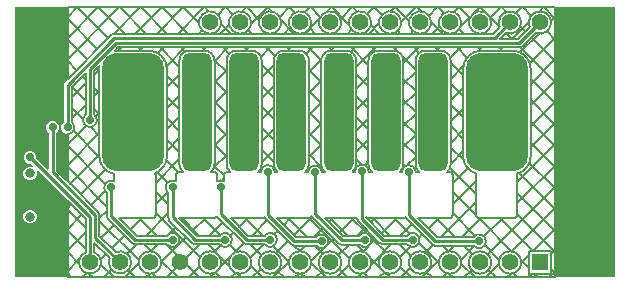
<source format=gtl>
G04*
G04 #@! TF.GenerationSoftware,Altium Limited,Altium Designer,24.2.2 (26)*
G04*
G04 Layer_Physical_Order=1*
G04 Layer_Color=6711008*
%FSLAX25Y25*%
%MOIN*%
G70*
G04*
G04 #@! TF.SameCoordinates,2439F8CB-51F8-4C0C-9BB0-1E6E72BC7716*
G04*
G04*
G04 #@! TF.FilePolarity,Positive*
G04*
G01*
G75*
G04:AMPARAMS|DCode=11|XSize=393.7mil|YSize=206.69mil|CornerRadius=51.67mil|HoleSize=0mil|Usage=FLASHONLY|Rotation=90.000|XOffset=0mil|YOffset=0mil|HoleType=Round|Shape=RoundedRectangle|*
%AMROUNDEDRECTD11*
21,1,0.39370,0.10335,0,0,90.0*
21,1,0.29035,0.20669,0,0,90.0*
1,1,0.10335,0.05167,0.14518*
1,1,0.10335,0.05167,-0.14518*
1,1,0.10335,-0.05167,-0.14518*
1,1,0.10335,-0.05167,0.14518*
%
%ADD11ROUNDEDRECTD11*%
G04:AMPARAMS|DCode=12|XSize=393.7mil|YSize=98.43mil|CornerRadius=24.61mil|HoleSize=0mil|Usage=FLASHONLY|Rotation=90.000|XOffset=0mil|YOffset=0mil|HoleType=Round|Shape=RoundedRectangle|*
%AMROUNDEDRECTD12*
21,1,0.39370,0.04921,0,0,90.0*
21,1,0.34449,0.09843,0,0,90.0*
1,1,0.04921,0.02461,0.17224*
1,1,0.04921,0.02461,-0.17224*
1,1,0.04921,-0.02461,-0.17224*
1,1,0.04921,-0.02461,0.17224*
%
%ADD12ROUNDEDRECTD12*%
%ADD15C,0.03150*%
%ADD18C,0.00500*%
%ADD19C,0.01000*%
%ADD20C,0.08661*%
%ADD21C,0.13843*%
%ADD22C,0.05543*%
%ADD23R,0.05543X0.05543*%
%ADD24C,0.02756*%
G36*
X-82500Y20954D02*
X-83365Y20089D01*
X-83630Y19692D01*
X-83723Y19224D01*
Y6715D01*
X-84262Y6177D01*
X-84578Y5413D01*
Y4587D01*
X-84262Y3823D01*
X-83677Y3238D01*
X-82913Y2922D01*
X-82500D01*
Y-12616D01*
X-82962Y-12808D01*
X-86277Y-9493D01*
Y3285D01*
X-85738Y3823D01*
X-85422Y4587D01*
Y5413D01*
X-85738Y6177D01*
X-86323Y6762D01*
X-87087Y7078D01*
X-87913D01*
X-88677Y6762D01*
X-89262Y6177D01*
X-89578Y5413D01*
Y4587D01*
X-89262Y3823D01*
X-88723Y3285D01*
Y-8893D01*
X-89186Y-9084D01*
X-92922Y-5348D01*
Y-4587D01*
X-93238Y-3823D01*
X-93823Y-3238D01*
X-94587Y-2922D01*
X-95413D01*
X-96177Y-3238D01*
X-96762Y-3823D01*
X-97078Y-4587D01*
Y-5413D01*
X-96762Y-6177D01*
X-96177Y-6762D01*
X-95413Y-7078D01*
X-94652D01*
X-94008Y-7722D01*
X-94291Y-8146D01*
X-94547Y-8040D01*
X-95452D01*
X-96289Y-8387D01*
X-96929Y-9026D01*
X-97275Y-9862D01*
Y-10767D01*
X-96929Y-11603D01*
X-96289Y-12243D01*
X-95452Y-12590D01*
X-94547D01*
X-93711Y-12243D01*
X-93072Y-11603D01*
X-92725Y-10767D01*
Y-9862D01*
X-92831Y-9606D01*
X-92408Y-9323D01*
X-82500Y-19230D01*
Y-45000D01*
X-100000D01*
Y45000D01*
X-82500D01*
Y20954D01*
D02*
G37*
G36*
X100000Y-45000D02*
X80000D01*
Y45000D01*
X100000D01*
Y-45000D01*
D02*
G37*
%LPC*%
G36*
X-94547Y-22410D02*
X-95452D01*
X-96289Y-22757D01*
X-96929Y-23396D01*
X-97275Y-24233D01*
Y-25137D01*
X-96929Y-25974D01*
X-96289Y-26614D01*
X-95452Y-26960D01*
X-94547D01*
X-93711Y-26614D01*
X-93072Y-25974D01*
X-92725Y-25137D01*
Y-24233D01*
X-93072Y-23396D01*
X-93711Y-22757D01*
X-94547Y-22410D01*
D02*
G37*
%LPD*%
D11*
X-60630Y10000D02*
D03*
X60630D02*
D03*
D12*
X-39370D02*
D03*
X39370D02*
D03*
X23622D02*
D03*
X-23622D02*
D03*
X7874D02*
D03*
X-7874D02*
D03*
D15*
X-95000Y-10315D02*
D03*
Y-24685D02*
D03*
D18*
X78722Y40000D02*
G03*
X71551Y38602I-3722J0D01*
G01*
X68722Y40000D02*
G03*
X61551Y38602I-3722J0D01*
G01*
X73602Y36551D02*
G03*
X78722Y40000I1398J3449D01*
G01*
X63602Y36551D02*
G03*
X68722Y40000I1398J3449D01*
G01*
X38722D02*
G03*
X34671Y36293I-3722J0D01*
G01*
X35329D02*
G03*
X38722Y40000I-329J3707D01*
G01*
X58722D02*
G03*
X54671Y36293I-3722J0D01*
G01*
X55329D02*
G03*
X58722Y40000I-329J3707D01*
G01*
X45329Y36293D02*
G03*
X48722Y40000I-329J3707D01*
G01*
D02*
G03*
X44671Y36293I-3722J0D01*
G01*
X68143Y31693D02*
G03*
X69168Y32118I0J1450D01*
G01*
X68143Y31693D02*
G03*
X69171Y32121I0J1450D01*
G01*
X55463Y30635D02*
G03*
X49345Y24518I0J-6117D01*
G01*
X71915D02*
G03*
X65797Y30635I-6117J0D01*
G01*
X45241Y27224D02*
G03*
X41831Y30635I-3411J0D01*
G01*
X36909D02*
G03*
X33499Y27224I0J-3411D01*
G01*
Y-7224D02*
G03*
X34719Y-9838I3411J0D01*
G01*
X28722Y40000D02*
G03*
X24671Y36293I-3722J0D01*
G01*
X15329D02*
G03*
X18722Y40000I-329J3707D01*
G01*
X25329Y36293D02*
G03*
X28722Y40000I-329J3707D01*
G01*
X21161Y30635D02*
G03*
X17751Y27224I0J-3411D01*
G01*
X5329Y36293D02*
G03*
X8722Y40000I-329J3707D01*
G01*
D02*
G03*
X4671Y36293I-3722J0D01*
G01*
X18722Y40000D02*
G03*
X14671Y36293I-3722J0D01*
G01*
X13745Y27224D02*
G03*
X10335Y30635I-3411J0D01*
G01*
X29493Y27224D02*
G03*
X26083Y30635I-3411J0D01*
G01*
X5413D02*
G03*
X2003Y27224I0J-3411D01*
G01*
X67303Y-10447D02*
G03*
X71915Y-4518I-1505J5929D01*
G01*
X49345D02*
G03*
X53734Y-10386I6117J0D01*
G01*
X44021Y-9838D02*
G03*
X45241Y-7224I-2191J2614D01*
G01*
X52850Y-34380D02*
G03*
X56999Y-32930I1821J1450D01*
G01*
D02*
G03*
X52850Y-31480I-2328J0D01*
G01*
X58722Y-40000D02*
G03*
X58722Y-40000I-3722J0D01*
G01*
X68722D02*
G03*
X68722Y-40000I-3722J0D01*
G01*
X39110Y-33956D02*
G03*
X40135Y-34380I1025J1025D01*
G01*
X39106Y-33953D02*
G03*
X40135Y-34380I1028J1022D01*
G01*
X48722Y-40000D02*
G03*
X48722Y-40000I-3722J0D01*
G01*
X33578Y-9850D02*
G03*
X33578Y-9838I-2328J0D01*
G01*
D02*
G03*
X28922Y-9838I-2328J-12D01*
G01*
X30072Y-24890D02*
G03*
X30228Y-25074I1178J845D01*
G01*
X30072Y-24890D02*
G03*
X30225Y-25071I1178J845D01*
G01*
X17891Y-9838D02*
G03*
X17906Y-9574I-2313J265D01*
G01*
X28273Y-9838D02*
G03*
X29493Y-7224I-2191J2614D01*
G01*
X17751D02*
G03*
X18971Y-9838I3411J0D01*
G01*
X14128Y-25578D02*
G03*
X14556Y-26606I1450J0D01*
G01*
X12525Y-9838D02*
G03*
X13745Y-7224I-2191J2614D01*
G01*
X17906Y-9574D02*
G03*
X13265Y-9838I-2328J0D01*
G01*
X2003Y-7224D02*
G03*
X3223Y-9838I3411J0D01*
G01*
X2322D02*
G03*
X-2322Y-9838I-2322J-161D01*
G01*
X-1215Y-24587D02*
G03*
X-1025Y-24821I1215J791D01*
G01*
X-1215Y-24587D02*
G03*
X-1022Y-24824I1215J791D01*
G01*
X14128Y-25578D02*
G03*
X14553Y-26603I1450J0D01*
G01*
X34828Y-32500D02*
G03*
X30679Y-31050I-2328J0D01*
G01*
Y-33950D02*
G03*
X34828Y-32500I1821J1450D01*
G01*
X14787Y-34077D02*
G03*
X18828Y-32500I1713J1577D01*
G01*
X21472Y-33522D02*
G03*
X22500Y-33950I1028J1022D01*
G01*
X21475Y-33525D02*
G03*
X22500Y-33950I1025J1025D01*
G01*
X28722Y-40000D02*
G03*
X28722Y-40000I-3722J0D01*
G01*
X38722D02*
G03*
X38722Y-40000I-3722J0D01*
G01*
X18828Y-32500D02*
G03*
X14585Y-31177I-2328J0D01*
G01*
X7806Y-33652D02*
G03*
X8831Y-34077I1025J1025D01*
G01*
X7803Y-33649D02*
G03*
X8831Y-34077I1028J1022D01*
G01*
X4499Y-32930D02*
G03*
X350Y-31480I-2328J0D01*
G01*
Y-34380D02*
G03*
X4499Y-32930I1821J1450D01*
G01*
X18722Y-40000D02*
G03*
X18722Y-40000I-3722J0D01*
G01*
X8722D02*
G03*
X8722Y-40000I-3722J0D01*
G01*
X-11278Y40000D02*
G03*
X-15329Y36293I-3722J0D01*
G01*
X-14671D02*
G03*
X-11278Y40000I-329J3707D01*
G01*
X-4671Y36293D02*
G03*
X-1278Y40000I-329J3707D01*
G01*
D02*
G03*
X-5329Y36293I-3722J0D01*
G01*
X-2003Y27224D02*
G03*
X-5413Y30635I-3411J0D01*
G01*
X-10335D02*
G03*
X-13745Y27224I0J-3411D01*
G01*
X-21278Y40000D02*
G03*
X-25329Y36293I-3722J0D01*
G01*
X-34671D02*
G03*
X-31278Y40000I-329J3707D01*
G01*
D02*
G03*
X-35329Y36293I-3722J0D01*
G01*
X-24671D02*
G03*
X-21278Y40000I-329J3707D01*
G01*
X-26083Y30635D02*
G03*
X-29493Y27224I0J-3411D01*
G01*
X-3223Y-9838D02*
G03*
X-2003Y-7224I-2191J2614D01*
G01*
X-13745D02*
G03*
X-12525Y-9838I3411J0D01*
G01*
X-13422Y-9850D02*
G03*
X-13422Y-9838I-2328J0D01*
G01*
D02*
G03*
X-18078Y-9838I-2328J-12D01*
G01*
X-18971D02*
G03*
X-17751Y-7224I-2191J2614D01*
G01*
Y27224D02*
G03*
X-21161Y30635I-3411J0D01*
G01*
X-29493Y-7224D02*
G03*
X-28273Y-9838I3411J0D01*
G01*
X-33499Y27224D02*
G03*
X-36909Y30635I-3411J0D01*
G01*
X-41831D02*
G03*
X-45241Y27224I0J-3411D01*
G01*
X-49345Y24518D02*
G03*
X-55463Y30635I-6117J0D01*
G01*
X-66881Y36293D02*
G03*
X-67906Y35868I0J-1450D01*
G01*
X-66881Y36293D02*
G03*
X-67909Y35865I0J-1450D01*
G01*
X-65797Y30635D02*
G03*
X-66701Y30568I0J-6117D01*
G01*
X-71847Y25422D02*
G03*
X-71915Y24518I6050J-904D01*
G01*
X-45241Y-7224D02*
G03*
X-44021Y-9838I3411J0D01*
G01*
X-34719D02*
G03*
X-33499Y-7224I-2191J2614D01*
G01*
X-53325Y-10249D02*
G03*
X-49345Y-4518I-2138J5732D01*
G01*
X-71915D02*
G03*
X-66823Y-10548I6117J0D01*
G01*
X-72672Y7500D02*
G03*
X-73550Y9321I-2328J0D01*
G01*
X-76450D02*
G03*
X-72672Y7500I1450J-1821D01*
G01*
X-80172Y5000D02*
G03*
X-81050Y6821I-2328J0D01*
G01*
X-82500Y2672D02*
G03*
X-80172Y5000I0J2328D01*
G01*
X-16928Y-24890D02*
G03*
X-16772Y-25074I1178J845D01*
G01*
X-16928Y-24890D02*
G03*
X-16775Y-25071I1178J845D01*
G01*
X-12672Y-32500D02*
G03*
X-16821Y-31050I-2328J0D01*
G01*
X-30374Y-12953D02*
G03*
X-32626Y-12972I-1109J-2047D01*
G01*
X-32712Y-24582D02*
G03*
X-32506Y-24840I1229J770D01*
G01*
X-32712Y-24582D02*
G03*
X-32509Y-24837I1229J770D01*
G01*
X-27672Y-32500D02*
G03*
X-31821Y-31050I-2328J0D01*
G01*
X-7894Y-33953D02*
G03*
X-6865Y-34380I1028J1022D01*
G01*
X-7890Y-33956D02*
G03*
X-6865Y-34380I1025J1025D01*
G01*
X-16821Y-33950D02*
G03*
X-12672Y-32500I1821J1450D01*
G01*
X-23821Y-33525D02*
G03*
X-22795Y-33950I1025J1025D01*
G01*
X-23824Y-33522D02*
G03*
X-22795Y-33950I1028J1022D01*
G01*
X-1278Y-40000D02*
G03*
X-1278Y-40000I-3722J0D01*
G01*
X-11278D02*
G03*
X-11278Y-40000I-3722J0D01*
G01*
X-31821Y-33950D02*
G03*
X-27672Y-32500I1821J1450D01*
G01*
X-49321Y-33950D02*
G03*
X-45172Y-32500I1821J1450D01*
G01*
X-41025Y-33525D02*
G03*
X-40000Y-33950I1025J1025D01*
G01*
X-41028Y-33522D02*
G03*
X-40000Y-33950I1028J1022D01*
G01*
X-21278Y-40000D02*
G03*
X-21278Y-40000I-3722J0D01*
G01*
X-31278D02*
G03*
X-31278Y-40000I-3722J0D01*
G01*
X-46374Y-12962D02*
G03*
X-48950Y-16821I-1126J-2038D01*
G01*
Y-25000D02*
G03*
X-48525Y-26025I1450J0D01*
G01*
X-48950Y-25000D02*
G03*
X-48522Y-26028I1450J0D01*
G01*
X-66874Y-12953D02*
G03*
X-69433Y-16821I-1109J-2047D01*
G01*
X-71850Y-24200D02*
G03*
X-72275Y-23175I-1450J0D01*
G01*
X-69433Y-24517D02*
G03*
X-69009Y-25542I1450J0D01*
G01*
X-69433Y-24517D02*
G03*
X-69006Y-25545I1450J0D01*
G01*
X-71850Y-24200D02*
G03*
X-72278Y-23171I-1450J0D01*
G01*
X-45172Y-32500D02*
G03*
X-49321Y-31050I-2328J0D01*
G01*
X-61028Y-33522D02*
G03*
X-60000Y-33950I1028J1022D01*
G01*
X-61025Y-33525D02*
G03*
X-60000Y-33950I1025J1025D01*
G01*
X-51278Y-40000D02*
G03*
X-51278Y-40000I-3722J0D01*
G01*
X-61278D02*
G03*
X-66398Y-36551I-3722J0D01*
G01*
X-68449Y-38602D02*
G03*
X-61278Y-40000I3449J-1398D01*
G01*
X-71278D02*
G03*
X-73550Y-36572I-3722J0D01*
G01*
X-76450D02*
G03*
X-71278Y-40000I1450J-3428D01*
G01*
X74845Y43718D02*
X76127Y45000D01*
X76310D02*
X80000Y41310D01*
X69239Y45000D02*
X72016Y42223D01*
X78689Y40491D02*
X80000Y41802D01*
X68482Y38686D02*
X70059Y37109D01*
X62168Y45000D02*
X63686Y43482D01*
X67117Y43061D02*
X69056Y45000D01*
X58430Y41445D02*
X61985Y45000D01*
X58205Y41892D02*
X61523Y38574D01*
X55329Y36293D02*
X59242D01*
X67542Y34593D02*
X71551Y38602D01*
X65720Y34593D02*
X71282Y40154D01*
X77223Y37016D02*
X80000Y34239D01*
X69171Y32121D02*
X73602Y36551D01*
X68298Y30100D02*
X74509Y36311D01*
X59242Y36293D02*
X61551Y38602D01*
X56452Y36573D02*
X56733Y36293D01*
X63574Y36523D02*
X65504Y34593D01*
X61643D02*
X63602Y36551D01*
X53134Y43220D02*
X54914Y45000D01*
X48026D02*
X51573Y41452D01*
X46322Y43479D02*
X47843Y45000D01*
X55097D02*
X56892Y43205D01*
X48400Y38486D02*
X51780Y41866D01*
X35329Y36293D02*
X44671D01*
X40955Y45000D02*
X42889Y43065D01*
X37989Y42217D02*
X40772Y45000D01*
X33884D02*
X35166Y43718D01*
X25329Y36293D02*
X34671D01*
X48065Y37889D02*
X49662Y36293D01*
X53278D02*
X53555Y36570D01*
X45329Y36293D02*
X54671D01*
X39136D02*
X41521Y38678D01*
X38718Y40165D02*
X42591Y36293D01*
X46207D02*
X46514Y36600D01*
X35500Y36312D02*
X35519Y36293D01*
X72109Y35059D02*
X80000Y27168D01*
X71630Y26361D02*
X80000Y34731D01*
X61643Y34593D02*
X67542D01*
X69168Y32118D02*
X69171Y32121D01*
X61333Y31693D02*
X62391Y30635D01*
X54635Y30579D02*
X55749Y31693D01*
X54262D02*
X55321Y30633D01*
X55463Y30635D02*
X65797D01*
X61762D02*
X62820Y31693D01*
X71915Y14040D02*
X80000Y5955D01*
X71915Y5432D02*
X80000Y13518D01*
X71915Y12503D02*
X80000Y20589D01*
X71915Y-1639D02*
X80000Y6447D01*
X71915Y-102D02*
X80000Y-8188D01*
X71915Y6969D02*
X80000Y-1116D01*
X68384Y31713D02*
X80000Y20097D01*
X71915Y19574D02*
X80000Y27660D01*
X71915Y21111D02*
X80000Y13026D01*
X71915Y-4518D02*
Y24518D01*
X47191Y31693D02*
X50624Y28260D01*
X45118Y28133D02*
X48678Y31693D01*
X45241Y21185D02*
X49402Y25346D01*
X45241Y19500D02*
X49345Y15396D01*
X45241Y26571D02*
X49345Y22467D01*
X40119Y31693D02*
X41177Y30635D01*
X40549D02*
X41607Y31693D01*
X33048D02*
X34821Y29921D01*
X36909Y30635D02*
X41831D01*
X45241Y5358D02*
X49345Y1254D01*
Y-4518D02*
Y24518D01*
X45241Y7043D02*
X49345Y11147D01*
X45241Y-1713D02*
X49527Y-5999D01*
X45241Y-7099D02*
X49345Y-2995D01*
X45241Y-28D02*
X49345Y4076D01*
X45241Y14114D02*
X49345Y18218D01*
X45241Y12429D02*
X49345Y8325D01*
X45241Y-7224D02*
Y27224D01*
X33578Y-9838D02*
X34719D01*
X25336Y43707D02*
X26629Y45000D01*
X26812D02*
X31312Y40500D01*
X19741Y45000D02*
X22242Y42499D01*
X28722Y40021D02*
X33701Y45000D01*
X15329Y36293D02*
X24671D01*
X17402Y42843D02*
X19558Y45000D01*
X12670D02*
X14067Y43603D01*
X17922Y36293D02*
X21294Y39664D01*
X18603Y39067D02*
X21377Y36293D01*
X14243Y36356D02*
X14306Y36293D01*
X27499Y37242D02*
X28448Y36293D01*
X32065D02*
X32783Y37011D01*
X26393Y30621D02*
X27465Y31693D01*
X29493Y26651D02*
X34536Y31693D01*
X25977D02*
X27236Y30434D01*
X18906Y31693D02*
X20125Y30474D01*
X13745Y25045D02*
X20393Y31693D01*
X11890Y30260D02*
X13322Y31693D01*
X21161Y30635D02*
X26083D01*
X8563Y41076D02*
X12487Y45000D01*
X8563Y41076D02*
X12487Y45000D01*
X5599D02*
X11356Y39243D01*
X5329Y36293D02*
X14671D01*
X4002Y43585D02*
X5416Y45000D01*
X-1472D02*
X1737Y41791D01*
X-1743Y38200D02*
X164Y36293D01*
X3780D02*
X3924Y36437D01*
X3780Y36293D02*
X3924Y36437D01*
X10851Y36293D02*
X12157Y37598D01*
X6791Y36737D02*
X7235Y36293D01*
X11835Y31693D02*
X17751Y25777D01*
X5413Y30635D02*
X10335D01*
X-2940Y29573D02*
X-820Y31693D01*
X-2307D02*
X2006Y27380D01*
X-2940Y29573D02*
X-820Y31693D01*
X5186Y30627D02*
X6251Y31693D01*
X4764D02*
X5822Y30635D01*
X29493Y14035D02*
X33499Y10029D01*
X29493Y5437D02*
X33499Y9443D01*
X29493Y12508D02*
X33499Y16514D01*
X29493Y-1634D02*
X33499Y2372D01*
X29493Y-107D02*
X33499Y-4113D01*
X29493Y6964D02*
X33499Y2958D01*
X29292Y28378D02*
X33499Y24171D01*
X29493Y19579D02*
X33499Y23585D01*
X29493Y21106D02*
X33499Y17100D01*
X13745Y10903D02*
X17751Y14908D01*
X13745Y15641D02*
X17751Y11635D01*
X33499Y-7224D02*
Y27224D01*
X30576Y-7622D02*
X33499Y-4699D01*
X29493Y-7224D02*
Y27224D01*
Y-7178D02*
X30126Y-7811D01*
X28360Y-9838D02*
X29022Y-9176D01*
X17891Y-9838D02*
X18971D01*
X17751Y-7224D02*
Y27224D01*
X13745Y-5572D02*
X15424Y-7251D01*
X13745Y-7224D02*
Y27224D01*
X17901Y-9728D02*
X18011Y-9838D01*
X16582Y-7474D02*
X17751Y-6305D01*
X13745Y22712D02*
X17751Y18706D01*
X-2003Y23439D02*
X2010Y27452D01*
X13745Y8570D02*
X17751Y4564D01*
X13745Y3831D02*
X17751Y7837D01*
X13745Y17974D02*
X17751Y21979D01*
X-2003Y16368D02*
X2003Y20373D01*
X-2003Y17247D02*
X2003Y13241D01*
X-2003Y24318D02*
X2003Y20312D01*
X-2003Y10176D02*
X2003Y6170D01*
X-2003Y9297D02*
X2003Y13302D01*
X13745Y1499D02*
X17751Y-2507D01*
X13745Y-3240D02*
X17751Y766D01*
X2003Y-7224D02*
Y27224D01*
X1602Y-8311D02*
X2061Y-7853D01*
X2322Y-9838D02*
X3223D01*
X-2003Y-3966D02*
X2112Y-8082D01*
X-2003Y2226D02*
X2003Y6231D01*
X-2003Y3104D02*
X2003Y-901D01*
X-2003Y-7224D02*
Y27224D01*
Y-4845D02*
X2003Y-840D01*
X-3211Y-9829D02*
X-3202Y-9838D01*
X67374Y-13250D02*
X80000Y-624D01*
X71492Y-6751D02*
X80000Y-15259D01*
X67374Y-20321D02*
X80000Y-7696D01*
X67924Y-10254D02*
X80000Y-22330D01*
X67300Y-24564D02*
X67374Y-24193D01*
X53700Y-10436D02*
X53734Y-10386D01*
X67303Y-10447D02*
X67374Y-10807D01*
X53626Y-24193D02*
Y-10807D01*
X67374Y-24193D02*
Y-10807D01*
X67090Y-24878D02*
X67300Y-24564D01*
X53700D02*
X53910Y-24878D01*
X67374Y-16775D02*
X80000Y-29401D01*
Y-45000D02*
Y45000D01*
X57512Y-37254D02*
X80000Y-14767D01*
X66776Y-25088D02*
X67090Y-24878D01*
X67374Y-23846D02*
X80000Y-36472D01*
X65522Y-36315D02*
X80000Y-21838D01*
X54224Y-25088D02*
X54594Y-25161D01*
X66405D02*
X66776Y-25088D01*
X53910Y-24878D02*
X54224Y-25088D01*
X56364Y-31332D02*
X62534Y-25161D01*
X54536Y-25150D02*
X65738Y-36352D01*
X45874Y-13537D02*
X50862Y-8549D01*
X44983Y-8526D02*
X53626Y-17169D01*
Y-10807D02*
X53700Y-10436D01*
X45874Y-20608D02*
X53626Y-12856D01*
X45800Y-10436D02*
X45874Y-10807D01*
X44021Y-9838D02*
X44905D01*
X45276Y-9912D01*
X45590Y-10122D02*
X45800Y-10436D01*
X45276Y-9912D02*
X45590Y-10122D01*
X45874Y-16488D02*
X53637Y-24251D01*
X45874Y-23559D02*
X53337Y-31022D01*
X42073Y-31480D02*
X53626Y-19928D01*
X45800Y-24564D02*
X45874Y-24193D01*
X53626D02*
X53700Y-24564D01*
X40405Y-25161D02*
X46724Y-31480D01*
X45874Y-24193D02*
Y-10807D01*
X45590Y-24878D02*
X45800Y-24564D01*
X45276Y-25088D02*
X45590Y-24878D01*
X44905Y-25161D02*
X45276Y-25088D01*
X30228Y-25074D02*
X39106Y-33953D01*
X72630Y-36278D02*
X80000Y-28909D01*
X78722Y-37258D02*
X80000Y-35980D01*
X61619Y-25161D02*
X72735Y-36278D01*
X71278D02*
X78722D01*
Y-42265D02*
X80000Y-43543D01*
X68648Y-39262D02*
X71278Y-41892D01*
X54594Y-25161D02*
X66405D01*
X56579Y-34264D02*
X61394Y-39079D01*
X68717Y-40192D02*
X71278Y-37630D01*
X78722Y-43722D02*
Y-36278D01*
X78051Y-45000D02*
X80000Y-43051D01*
X71278Y-43722D02*
Y-36278D01*
Y-43722D02*
X78722D01*
X73108D02*
X74386Y-45000D01*
X70980D02*
X72258Y-43722D01*
X57751Y-42507D02*
X60244Y-45000D01*
X56838D02*
X61315Y-40523D01*
X65921Y-43606D02*
X67315Y-45000D01*
X63909D02*
X65192Y-43717D01*
X40736Y-31480D02*
X52850D01*
X49144D02*
X55463Y-25161D01*
X34417D02*
X44905D01*
X42553Y-34380D02*
X44487Y-36314D01*
X44275Y-36350D02*
X46244Y-34380D01*
X40135D02*
X52850D01*
X37869Y-28614D02*
X41321Y-25161D01*
X39106Y-33953D02*
X39110Y-33956D01*
X34417Y-25161D02*
X40736Y-31480D01*
X49624Y-34380D02*
X52493Y-37249D01*
X48608Y-39088D02*
X53073Y-34623D01*
X48686Y-40513D02*
X53173Y-45000D01*
X49767D02*
X52254Y-42512D01*
X44819Y-43717D02*
X46102Y-45000D01*
X36807Y-36746D02*
X39383Y-34170D01*
X35625Y-45000D02*
X41350Y-39275D01*
X34602Y-33500D02*
X41283Y-40181D01*
X42696Y-45000D02*
X44087Y-43608D01*
X37102Y-43071D02*
X39031Y-45000D01*
X29776Y-25088D02*
X30072Y-24890D01*
X30225Y-25071D02*
X30228Y-25074D01*
X28273Y-9838D02*
X28922D01*
X17028Y-24957D02*
X17224Y-25088D01*
X17028Y-24977D02*
Y-24957D01*
X29406Y-25161D02*
X29776Y-25088D01*
X19192Y-25161D02*
X25081Y-31050D01*
X17028Y-24977D02*
X23101Y-31050D01*
X22195Y-30145D02*
X27179Y-25161D01*
X26263D02*
X31500Y-30398D01*
X17594Y-25161D02*
X29406D01*
X17224Y-25088D02*
X17594Y-25161D01*
X18660Y-26609D02*
X20108Y-25161D01*
X14556Y-26606D02*
X21472Y-33522D01*
X14553Y-26603D02*
X14556Y-26606D01*
X12525Y-9838D02*
X13265D01*
X-1025Y-24821D02*
X-1022Y-24824D01*
X-1410Y-24878D02*
X-1215Y-24587D01*
X-1724Y-25088D02*
X-1410Y-24878D01*
X-2094Y-25161D02*
X-1724Y-25088D01*
X13905Y-25161D02*
X14128Y-25117D01*
Y-25578D02*
Y-25117D01*
X8227Y-29972D02*
X13037Y-25161D01*
X12121D02*
X17259Y-30299D01*
X3417Y-25161D02*
X13905D01*
X4691Y-26436D02*
X5965Y-25161D01*
X-1022Y-24824D02*
X7803Y-33649D01*
X-2033Y-25149D02*
X11514Y-38697D01*
X5050Y-25161D02*
X11065Y-31177D01*
X3417Y-25161D02*
X9432Y-31177D01*
X34711Y-31771D02*
X35818Y-30664D01*
X28361Y-31050D02*
X32283Y-27129D01*
X23101Y-31050D02*
X30679D01*
X22500Y-33950D02*
X30679D01*
X15941Y-36399D02*
X20145Y-32195D01*
X18701Y-31741D02*
X23537Y-36578D01*
X21472Y-33522D02*
X21475Y-33525D01*
X27981Y-33950D02*
X31929Y-37898D01*
X28266Y-38216D02*
X31771Y-34711D01*
X28553Y-45000D02*
X31746Y-41807D01*
X28422Y-41463D02*
X31960Y-45000D01*
X18641Y-40770D02*
X25461Y-33950D01*
X23072Y-43183D02*
X24889Y-45000D01*
X18419Y-38531D02*
X21817Y-41928D01*
X21482Y-45000D02*
X23216Y-43266D01*
X16303Y-43486D02*
X17818Y-45000D01*
X14092Y-31177D02*
X16609Y-28660D01*
X9432Y-31177D02*
X14585D01*
X8831Y-34077D02*
X14787D01*
X4278Y-33920D02*
X6176Y-32022D01*
X-353Y-31480D02*
X2640Y-28486D01*
X7803Y-33649D02*
X7806Y-33652D01*
X13965Y-34077D02*
X16469Y-36581D01*
X7763Y-37506D02*
X11192Y-34077D01*
X7978Y-42232D02*
X10746Y-45000D01*
X14411D02*
X15770Y-43641D01*
X7340Y-45000D02*
X11399Y-40941D01*
X127Y-34380D02*
X2768Y-37022D01*
X-1311Y-39509D02*
X3161Y-35037D01*
X269Y-45000D02*
X2506Y-42763D01*
X-1279Y-40046D02*
X3675Y-45000D01*
X-3329Y43325D02*
X-1655Y45000D01*
X-8543D02*
X-6800Y43257D01*
X-11810Y41916D02*
X-8726Y45000D01*
X-11352Y40738D02*
X-6907Y36293D01*
X-10362D02*
X-8326Y38329D01*
X-14671Y36293D02*
X-5329D01*
X-15614Y45000D02*
X-14262Y43648D01*
X-21315Y39482D02*
X-15797Y45000D01*
X-14079Y36394D02*
X-13978Y36293D01*
X-17433D02*
X-16916Y36810D01*
X-3291Y36293D02*
X1415Y40999D01*
X-4671Y36293D02*
X4671D01*
X-10335Y30635D02*
X-5413D01*
X-9378Y31693D02*
X-8320Y30635D01*
X-16449Y31693D02*
X-13424Y28668D01*
X-18045Y28610D02*
X-14962Y31693D01*
X-8949Y30635D02*
X-7891Y31693D01*
X-24227Y43641D02*
X-22868Y45000D01*
X-22685D02*
X-18606Y40921D01*
X-29756Y45000D02*
X-27507Y42751D01*
X-34671Y36293D02*
X-25329D01*
X-82500Y45000D02*
X80000D01*
X-32338Y42601D02*
X-29939Y45000D01*
X-31314Y39487D02*
X-28120Y36293D01*
X-31575D02*
X-28641Y39227D01*
X-24671Y36293D02*
X-15329D01*
X-22249Y37493D02*
X-21049Y36293D01*
X-26083Y30635D02*
X-21161D01*
X-23091D02*
X-22033Y31693D01*
X-65576D02*
X68143D01*
X-24504Y36293D02*
X-24482Y36314D01*
X-30591Y31693D02*
X-28514Y29616D01*
X-33500Y27297D02*
X-29104Y31693D01*
X-23520D02*
X-22462Y30635D01*
X-17751Y7691D02*
X-13745Y11696D01*
X-17751Y4710D02*
X-13745Y705D01*
X-17751Y11782D02*
X-13745Y7776D01*
X-17751Y-2361D02*
X-13745Y-6366D01*
X-17751Y-6451D02*
X-13745Y-2446D01*
X-17751Y620D02*
X-13745Y4625D01*
X-17751Y25924D02*
X-13745Y21918D01*
X-17751Y21833D02*
X-13745Y25838D01*
X-17751Y-7224D02*
Y27224D01*
Y14762D02*
X-13745Y18767D01*
X-17751Y14762D02*
X-13745Y18767D01*
X-17751Y18853D02*
X-13745Y14847D01*
X-13496Y-9268D02*
X-13240Y-9011D01*
X-13422Y-9838D02*
X-12525D01*
X-3223D02*
X-2322D01*
X-13745Y-7224D02*
Y27224D01*
X-18224Y-8958D02*
X-17985Y-9198D01*
X-18971Y-9838D02*
X-18078D01*
X-33499Y6316D02*
X-29493Y2311D01*
X-33499Y6085D02*
X-29493Y10090D01*
X-33499Y-986D02*
X-29493Y3019D01*
X-33499Y-755D02*
X-29493Y-4760D01*
X-33499Y-986D02*
X-29493Y3019D01*
X-33499Y20227D02*
X-29493Y24232D01*
X-33499Y20458D02*
X-29493Y16453D01*
X-33514Y27545D02*
X-29493Y23524D01*
X-33499Y13387D02*
X-29493Y9382D01*
X-33499Y13156D02*
X-29493Y17161D01*
Y-7224D02*
Y27224D01*
X-33641Y-8200D02*
X-29493Y-4052D01*
X-29406Y-9838D02*
X-28273D01*
X-29776Y-9912D02*
X-29406Y-9838D01*
X-30090Y-10122D02*
X-29776Y-9912D01*
X-33224D02*
X-32910Y-10122D01*
X-32700Y-10436D01*
X-33595Y-9838D02*
X-33224Y-9912D01*
X-30300Y-10436D02*
X-30090Y-10122D01*
X-30374Y-10807D02*
X-30300Y-10436D01*
X-43898Y45000D02*
X-38717Y39819D01*
X-45717Y36293D02*
X-37010Y45000D01*
X-50969D02*
X-42262Y36293D01*
X-36827Y45000D02*
X-35513Y43686D01*
X-38646Y36293D02*
X-37601Y37338D01*
X-41831Y30635D02*
X-36909D01*
X-59859Y36293D02*
X-51152Y45000D01*
X-58040D02*
X-49333Y36293D01*
X-65111Y45000D02*
X-56404Y36293D01*
X-52788D02*
X-44081Y45000D01*
X-58446Y30635D02*
X-57388Y31693D01*
X-58875D02*
X-57818Y30635D01*
X-37233D02*
X-36175Y31693D01*
X-37662D02*
X-36589Y30620D01*
X-49427Y25512D02*
X-43246Y31693D01*
X-33499Y-7224D02*
Y27224D01*
X-44733Y31693D02*
X-43329Y30288D01*
X-51804Y31693D02*
X-45241Y25130D01*
X-52273Y29737D02*
X-50317Y31693D01*
X-45241Y-7224D02*
Y27224D01*
X-66931Y36292D02*
X-58223Y45000D01*
X-72183D02*
X-63475Y36293D01*
X-66881D02*
X-35329D01*
X-65797Y30635D02*
X-55463D01*
X-82500Y34865D02*
X-72365Y45000D01*
X-79254D02*
X-69014Y34760D01*
X-82500Y41936D02*
X-79436Y45000D01*
X-67909Y35865D02*
X-67906Y35868D01*
X-82500Y41175D02*
X-72550Y31225D01*
X-66701Y30568D02*
X-65576Y31693D01*
X-82500Y21274D02*
X-67909Y35865D01*
X-82500Y27794D02*
X-65294Y45000D01*
X-65761Y31508D02*
X-64889Y30635D01*
X-65517D02*
X-64459Y31693D01*
X-82500Y34104D02*
X-76085Y27689D01*
X-82500Y27033D02*
X-79621Y24154D01*
X-82500Y21274D02*
Y45000D01*
X-73550Y23719D02*
X-71847Y25422D01*
X-49345Y4381D02*
X-45241Y8484D01*
X-49345Y8021D02*
X-45241Y3917D01*
X-49345Y15092D02*
X-45241Y10988D01*
X-49345Y950D02*
X-45241Y-3154D01*
X-45406Y-9838D02*
X-44021D01*
X-49345Y-2691D02*
X-45241Y1413D01*
X-71915Y-4518D02*
Y24518D01*
X-49345Y-4518D02*
Y24518D01*
X-72832Y24437D02*
X-71915Y23519D01*
X-49345Y22163D02*
X-45241Y18059D01*
X-49345Y11452D02*
X-45241Y15556D01*
X-49345Y18523D02*
X-45241Y22627D01*
X-49516Y-5951D02*
X-45591Y-9875D01*
X-34719Y-9838D02*
X-33595D01*
X-45776Y-9912D02*
X-45406Y-9838D01*
X-46090Y-10122D02*
X-45776Y-9912D01*
X-46300Y-10436D02*
X-46090Y-10122D01*
X-46374Y-10807D02*
X-46300Y-10436D01*
X-53325Y-10249D02*
X-53200Y-10436D01*
X-73550Y18083D02*
X-71915Y16448D01*
X-73550Y9321D02*
Y23719D01*
Y22602D02*
X-71915Y24238D01*
X-73550Y11012D02*
X-71915Y9377D01*
X-73127Y8883D02*
X-71915Y10096D01*
X-73550Y15531D02*
X-71915Y17167D01*
X-77570Y22103D02*
X-76450Y20983D01*
Y9321D02*
Y23223D01*
X-81050Y18623D02*
X-76450Y23223D01*
X-81050Y18512D02*
X-76450Y13912D01*
X-81050Y15102D02*
X-76450Y19702D01*
X-82500Y-490D02*
X-76383Y5627D01*
X-74790Y5181D02*
X-71915Y2306D01*
X-80496Y3816D02*
X-71909Y-4771D01*
X-82500Y-7561D02*
X-71915Y3025D01*
X-81050Y8031D02*
X-76450Y12631D01*
X-81050Y11441D02*
X-77319Y7710D01*
X-81050Y6821D02*
Y18623D01*
X-16775Y-25071D02*
X-16772Y-25074D01*
X-12583Y-25161D02*
X-2094D01*
X-10380Y-27365D02*
X-8177Y-25161D01*
X-13632Y-30617D02*
X-12431Y-29416D01*
X-30374Y-12953D02*
Y-10807D01*
X-17224Y-25088D02*
X-16928Y-24890D01*
X-31078Y-12708D02*
X-30374Y-12004D01*
X-17594Y-25161D02*
X-17224Y-25088D01*
X-25201Y-28044D02*
X-22319Y-25161D01*
X-28083D02*
X-17594D01*
X-6844Y-30900D02*
X-895Y-24951D01*
X-12583Y-25161D02*
X-6265Y-31480D01*
X-16772Y-25074D02*
X-7894Y-33953D01*
X-9092Y-25161D02*
X-2773Y-31480D01*
X-6265D02*
X350D01*
X-23234Y-25161D02*
X-17346Y-31050D01*
X-21136D02*
X-15966Y-25880D01*
X-28083Y-25161D02*
X-22195Y-31050D01*
X-16821D01*
X-28192Y-31034D02*
X-27252Y-30094D01*
X-32626Y-12972D02*
Y-10807D01*
X-33544Y-7780D02*
X-30374Y-10950D01*
X-32509Y-24837D02*
X-32506Y-24840D01*
X-32700Y-10436D02*
X-32626Y-10807D01*
X-32910Y-24878D02*
X-32712Y-24582D01*
X-33224Y-25088D02*
X-32910Y-24878D01*
X-33595Y-25161D02*
X-33224Y-25088D01*
X-45288Y-25161D02*
X-33595D01*
X-37376D02*
X-31665Y-30873D01*
X-32506Y-24840D02*
X-23824Y-33522D01*
X-40874Y-29575D02*
X-36461Y-25161D01*
X-35278Y-31050D02*
X-30787Y-26559D01*
X-39399Y-31050D02*
X-31821D01*
X-44410Y-26039D02*
X-43532Y-25161D01*
X-45288D02*
X-39399Y-31050D01*
X-53126Y-23554D02*
X-38334Y-38346D01*
X-44447Y-25161D02*
X-38559Y-31050D01*
X-48522Y-26028D02*
X-41028Y-33522D01*
X-7894Y-33953D02*
X-7890Y-33956D01*
X-6865Y-34380D02*
X350D01*
X-5155Y-36281D02*
X-3253Y-34380D01*
X-6947Y-34378D02*
X-5046Y-36279D01*
X-12883Y-36939D02*
X-8895Y-32951D01*
X-23824Y-33522D02*
X-23821Y-33525D01*
X-22795Y-33950D02*
X-16821D01*
X-13864Y-34532D02*
X-8709Y-39687D01*
X-13873Y-45000D02*
X-8718Y-39845D01*
X-6802Y-45000D02*
X-5491Y-43689D01*
X-4687Y-43709D02*
X-3396Y-45000D01*
X-12612Y-42855D02*
X-10467Y-45000D01*
X-21517Y-33950D02*
X-17855Y-37612D01*
X-21570Y-38555D02*
X-16965Y-33950D01*
X-20944Y-45000D02*
X-18061Y-42117D01*
X-21443Y-41095D02*
X-17538Y-45000D01*
X-26866Y-36780D02*
X-23711Y-33625D01*
X-40000Y-33950D02*
X-31821D01*
X-28373Y-34165D02*
X-26095Y-36443D01*
X-33678Y-36521D02*
X-31466Y-34308D01*
X-35659Y-33950D02*
X-28575Y-41034D01*
X-41028Y-33522D02*
X-41025Y-33525D01*
X-51278Y-39979D02*
X-42925Y-31626D01*
X-31600Y-41514D02*
X-28220Y-38134D01*
X-28015Y-45000D02*
X-26445Y-43430D01*
X-26034Y-43575D02*
X-24609Y-45000D01*
X-82500D02*
X80000D01*
X-49228D02*
X-38178Y-33950D01*
X-42157Y-45000D02*
X-38479Y-41322D01*
X-49801Y-33950D02*
X-38751Y-45000D01*
X-33346Y-43334D02*
X-31680Y-45000D01*
X-35086D02*
X-33486Y-43400D01*
X-46374Y-12962D02*
Y-10807D01*
X-53126Y-13542D02*
X-45241Y-5658D01*
X-53126Y-20613D02*
X-49152Y-16640D01*
X-53126Y-20613D02*
X-49152Y-16640D01*
X-53126Y-16483D02*
X-48950Y-20659D01*
X-53200Y-10436D02*
X-53126Y-10807D01*
X-52609Y-9929D02*
X-49165Y-13373D01*
X-66874Y-12953D02*
Y-10807D01*
X-53126Y-24193D02*
Y-10807D01*
X-53200Y-24564D02*
X-53126Y-24193D01*
X-53410Y-24878D02*
X-53200Y-24564D01*
X-48950Y-25000D02*
Y-16821D01*
X-53724Y-25088D02*
X-53410Y-24878D01*
X-56492Y-31050D02*
X-48950Y-23508D01*
X-54094Y-25161D02*
X-53724Y-25088D01*
X-65017Y-25433D02*
X-64745Y-25161D01*
X-61481Y-28968D02*
X-57674Y-25161D01*
X-65288D02*
X-59399Y-31050D01*
X-61481Y-28968D02*
X-57674Y-25161D01*
X-65288D02*
X-54094D01*
X-78123Y-17326D02*
X-69875Y-9078D01*
X-82500Y-8322D02*
X-69433Y-21389D01*
X-82500Y-1251D02*
X-69968Y-13783D01*
X-66874Y-10807D02*
X-66823Y-10548D01*
X-74588Y-20862D02*
X-69958Y-16232D01*
X-81659Y-13791D02*
X-71915Y-4047D01*
X-82500Y-12949D02*
X-72278Y-23171D01*
X-82500Y-12949D02*
Y2672D01*
X-72278Y-23171D02*
X-72275Y-23175D01*
X-82500Y-21703D02*
X-81424Y-20627D01*
X-69433Y-24517D02*
Y-16821D01*
X-71850Y-25195D02*
X-69433Y-22779D01*
X-71850Y-31099D02*
Y-24200D01*
X-82500Y-19551D02*
X-76450Y-25601D01*
X-82500Y-22464D02*
X-76450Y-28514D01*
X-82500Y-45000D02*
Y-19551D01*
Y-28774D02*
X-77888Y-24162D01*
X-48525Y-26025D02*
X-48522Y-26028D01*
X-49420Y-31050D02*
X-46461Y-28090D01*
X-58590Y-25161D02*
X-52701Y-31050D01*
X-59399D02*
X-49321D01*
X-60000Y-33950D02*
X-49321D01*
X-67731Y-35218D02*
X-63532Y-31019D01*
X-67731Y-35218D02*
X-63532Y-31019D01*
X-69006Y-25545D02*
X-61028Y-33522D01*
X-61025Y-33525D01*
X-54664Y-36294D02*
X-52320Y-33950D01*
X-56872D02*
X-54512Y-36310D01*
X-54248Y-43645D02*
X-52893Y-45000D01*
X-51310Y-39512D02*
X-45822Y-45000D01*
X-56299D02*
X-55021Y-43722D01*
X-62598Y-37157D02*
X-59391Y-33950D01*
X-62351Y-42614D02*
X-59964Y-45000D01*
X-63371D02*
X-58706Y-40336D01*
X-69009Y-25542D02*
X-69006Y-25545D01*
X-71267Y-31683D02*
X-67067Y-27483D01*
X-71850Y-31099D02*
X-66398Y-36551D01*
X-71437Y-38925D02*
X-69782Y-37269D01*
X-71437Y-38925D02*
X-69782Y-37269D01*
X-73550Y-33501D02*
X-68449Y-38602D01*
X-82500Y-35845D02*
X-76450Y-29795D01*
Y-36572D02*
Y-25601D01*
X-82500Y-29535D02*
X-76450Y-35585D01*
X-73550Y-33966D02*
X-73317Y-33733D01*
X-73550Y-36572D02*
Y-33501D01*
X-71850Y-26043D02*
X-58645Y-39248D01*
X-71343Y-40692D02*
X-67035Y-45000D01*
X-70442D02*
X-67843Y-42402D01*
X-75407Y-43699D02*
X-74106Y-45000D01*
X-82500Y-42916D02*
X-78585Y-39002D01*
X-77513Y-45000D02*
X-76076Y-43563D01*
X-82500Y-36606D02*
X-78699Y-40407D01*
X-77513Y-45000D02*
X-76076Y-43563D01*
X-82500Y-43677D02*
X-81178Y-45000D01*
D19*
X16373Y-32627D02*
X16500Y-32500D01*
X8831Y-32627D02*
X16373D01*
X0Y-23796D02*
X8831Y-32627D01*
X22500Y-32500D02*
X32500D01*
X15578Y-25578D02*
Y-9574D01*
Y-25578D02*
X22500Y-32500D01*
X-6865Y-32930D02*
X2171D01*
X-15750Y-24046D02*
X-6865Y-32930D01*
X-67984Y-24517D02*
X-60000Y-32500D01*
X-47500D01*
X-82500Y5000D02*
Y19224D01*
X-66881Y34843D01*
X59843D01*
X65000Y40000D01*
X-75000Y24320D02*
X-66177Y33143D01*
X-75000Y7500D02*
Y24320D01*
X-66177Y33143D02*
X68143D01*
X75000Y40000D01*
X31250Y-24046D02*
Y-9850D01*
Y-24046D02*
X40135Y-32930D01*
X54671D01*
X0Y-23796D02*
Y-10000D01*
X-15750Y-24046D02*
Y-9850D01*
X-22795Y-32500D02*
X-15000D01*
X-31484Y-23812D02*
X-22795Y-32500D01*
X-40000D02*
X-30000D01*
X-47500Y-25000D02*
X-40000Y-32500D01*
X-31484Y-15000D02*
X-30606D01*
X-31484Y-23812D02*
Y-15000D01*
X-47500Y-25000D02*
Y-15000D01*
X-67984Y-24517D02*
Y-15000D01*
X-87500Y-10000D02*
Y5000D01*
X-73300Y-31700D02*
Y-24200D01*
Y-31700D02*
X-65000Y-40000D01*
X-87500Y-10000D02*
X-73300Y-24200D01*
X-75000Y-40000D02*
Y-25000D01*
X-95000Y-5000D02*
X-75000Y-25000D01*
D20*
X90000Y-37750D02*
D03*
Y37500D02*
D03*
D21*
X-90000Y-35000D02*
D03*
Y35000D02*
D03*
D22*
X-75000Y-40000D02*
D03*
X-45000D02*
D03*
X75000Y40000D02*
D03*
X65000D02*
D03*
X55000D02*
D03*
X45000D02*
D03*
X35000D02*
D03*
X25000D02*
D03*
X15000D02*
D03*
X5000D02*
D03*
X-5000D02*
D03*
X-15000D02*
D03*
X-25000D02*
D03*
X-35000D02*
D03*
X65000Y-40000D02*
D03*
X55000D02*
D03*
X45000D02*
D03*
X35000D02*
D03*
X25000D02*
D03*
X15000D02*
D03*
X5000D02*
D03*
X-5000D02*
D03*
X-15000D02*
D03*
X-25000D02*
D03*
X-35000D02*
D03*
X-55000D02*
D03*
X-65000D02*
D03*
D23*
X75000D02*
D03*
D24*
X97500Y37500D02*
D03*
Y27500D02*
D03*
Y-32500D02*
D03*
Y-42500D02*
D03*
X95000Y42500D02*
D03*
Y32500D02*
D03*
X90000Y12500D02*
D03*
X87500Y7500D02*
D03*
Y-2500D02*
D03*
Y-12500D02*
D03*
X90000Y-17500D02*
D03*
X85000Y42500D02*
D03*
X82500Y37500D02*
D03*
Y-32500D02*
D03*
Y-42500D02*
D03*
X-85000Y42500D02*
D03*
Y-27500D02*
D03*
X-95000Y42500D02*
D03*
X-97500Y27500D02*
D03*
X-95000Y-17500D02*
D03*
X-97500Y-42500D02*
D03*
X16500Y-32500D02*
D03*
X32500D02*
D03*
X54671Y-32930D02*
D03*
X-15000Y-32500D02*
D03*
X2171Y-32930D02*
D03*
X-60000Y0D02*
D03*
X60000Y58D02*
D03*
X40000D02*
D03*
X22500D02*
D03*
X7500D02*
D03*
X-7500D02*
D03*
X-22500D02*
D03*
X-37500D02*
D03*
X-47500Y-32500D02*
D03*
X-82500Y5000D02*
D03*
X-75000Y7500D02*
D03*
X31250Y-9850D02*
D03*
X15578Y-9574D02*
D03*
X0Y-10000D02*
D03*
X-15750Y-9850D02*
D03*
X-30000Y-32500D02*
D03*
X-31484Y-15000D02*
D03*
X-47500D02*
D03*
X-67984D02*
D03*
X-87500Y5000D02*
D03*
X-95000Y-5000D02*
D03*
M02*

</source>
